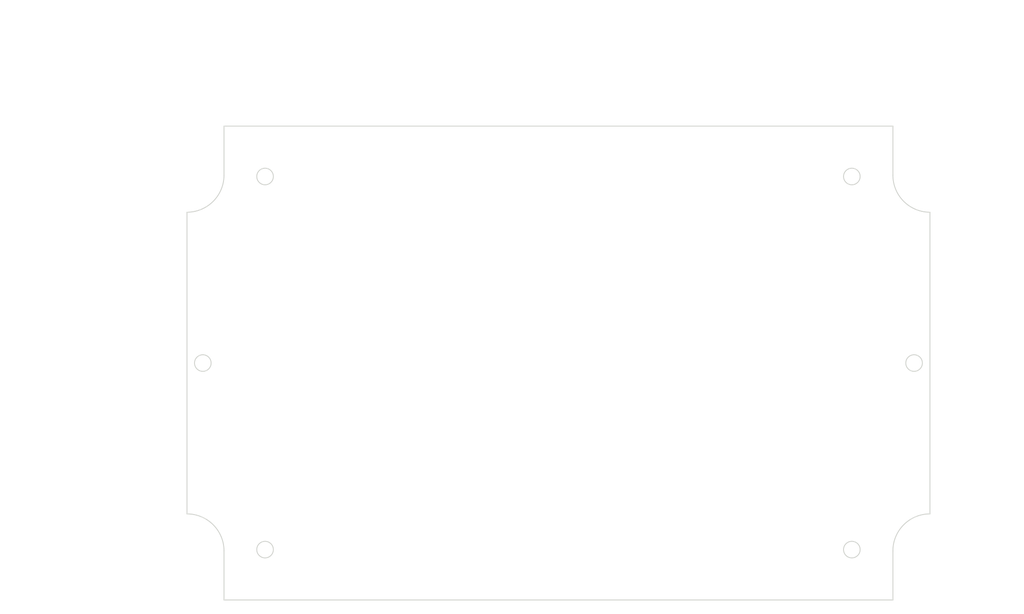
<source format=kicad_pcb>
(kicad_pcb (version 20221018) (generator pcbnew)

  (general
    (thickness 1.6)
  )

  (paper "A4")
  (layers
    (0 "F.Cu" signal)
    (31 "B.Cu" signal)
    (32 "B.Adhes" user "B.Adhesive")
    (33 "F.Adhes" user "F.Adhesive")
    (34 "B.Paste" user)
    (35 "F.Paste" user)
    (36 "B.SilkS" user "B.Silkscreen")
    (37 "F.SilkS" user "F.Silkscreen")
    (38 "B.Mask" user)
    (39 "F.Mask" user)
    (40 "Dwgs.User" user "User.Drawings")
    (41 "Cmts.User" user "User.Comments")
    (42 "Eco1.User" user "User.Eco1")
    (43 "Eco2.User" user "User.Eco2")
    (44 "Edge.Cuts" user)
    (45 "Margin" user)
    (46 "B.CrtYd" user "B.Courtyard")
    (47 "F.CrtYd" user "F.Courtyard")
    (48 "B.Fab" user)
    (49 "F.Fab" user)
  )

  (setup
    (pad_to_mask_clearance 0.051)
    (solder_mask_min_width 0.25)
    (pcbplotparams
      (layerselection 0x00010fc_ffffffff)
      (plot_on_all_layers_selection 0x0000000_00000000)
      (disableapertmacros false)
      (usegerberextensions false)
      (usegerberattributes false)
      (usegerberadvancedattributes false)
      (creategerberjobfile false)
      (dashed_line_dash_ratio 12.000000)
      (dashed_line_gap_ratio 3.000000)
      (svgprecision 4)
      (plotframeref false)
      (viasonmask false)
      (mode 1)
      (useauxorigin false)
      (hpglpennumber 1)
      (hpglpenspeed 20)
      (hpglpendiameter 15.000000)
      (dxfpolygonmode true)
      (dxfimperialunits true)
      (dxfusepcbnewfont true)
      (psnegative false)
      (psa4output false)
      (plotreference true)
      (plotvalue true)
      (plotinvisibletext false)
      (sketchpadsonfab false)
      (subtractmaskfromsilk false)
      (outputformat 1)
      (mirror false)
      (drillshape 1)
      (scaleselection 1)
      (outputdirectory "")
    )
  )

  (net 0 "")

  (gr_line (start 100.614993 39.903324) (end 150.285349 39.903324)
    (stroke (width 0.2) (type solid)) (layer "Dwgs.User") (tstamp 0bf2cae8-290f-4f09-af30-4e2b9235ca40))
  (gr_line (start 248.180993 66.892631) (end 248.180993 20.372001)
    (stroke (width 0.2) (type solid)) (layer "Dwgs.User") (tstamp 0fe904ce-2de0-488c-b808-0baab3b7d53e))
  (gr_line (start 155.429834 141.852431) (end 155.429834 105.755296)
    (stroke (width 0.2) (type solid)) (layer "Dwgs.User") (tstamp 1384f87d-5c0f-48c9-a043-ca1b94e9ecce))
  (gr_line (start 64.551396 69.892631) (end 64.551396 80.968984)
    (stroke (width 0.2) (type solid)) (layer "Dwgs.User") (tstamp 1ef7bc62-71c8-4340-a7d8-4e6c8bf5f2f7))
  (gr_line (start 88.380193 155.192431) (end 41.408936 155.192431)
    (stroke (width 0.2) (type solid)) (layer "Dwgs.User") (tstamp 1f44be88-fa3a-44fe-b997-b848c78175f0))
  (gr_line (start 81.048993 66.892631) (end 81.048993 20.372001)
    (stroke (width 0.2) (type solid)) (layer "Dwgs.User") (tstamp 2351b78e-fbff-41cc-b0b6-bcc0324785c7))
  (gr_line (start 56.380193 153.192431) (end 56.380193 119.640733)
    (stroke (width 0.2) (type solid)) (layer "Dwgs.User") (tstamp 23ecf81a-3403-4f31-8390-a550cf73d433))
  (gr_line (start 230.524993 143.852431) (end 230.704993 143.852431)
    (stroke (width 0.2) (type solid)) (layer "Dwgs.User") (tstamp 2ac6f840-140b-4b62-a2c7-8645b7c62dd0))
  (gr_line (start 239.849793 47.512431) (end 239.849793 29.081212)
    (stroke (width 0.2) (type solid)) (layer "Dwgs.User") (tstamp 2c86930f-f24e-47ee-8f71-75966b3a0984))
  (gr_line (start 86.614993 96.449358) (end 89.248319 96.449358)
    (stroke (width 0.2) (type solid)) (layer "Dwgs.User") (tstamp 2d923f46-7673-4827-abe1-49bfeec9b3f0))
  (gr_line (start 230.614993 143.942431) (end 230.614993 143.762431)
    (stroke (width 0.2) (type solid)) (layer "Dwgs.User") (tstamp 37c9f026-7868-4d15-a689-a79a568db16a))
  (gr_line (start 44.583936 50.512431) (end 44.583936 97.949566)
    (stroke (width 0.2) (type solid)) (layer "Dwgs.User") (tstamp 39ca5624-3ddd-4a3d-b324-384626ebf988))
  (gr_line (start 99.614993 143.852431) (end 158.604834 143.852431)
    (stroke (width 0.2) (type solid)) (layer "Dwgs.User") (tstamp 3c2a2a3b-8a97-45b4-a5f3-df82a12f68e0))
  (gr_line (start 88.380193 48.512431) (end 41.408936 48.512431)
    (stroke (width 0.2) (type solid)) (layer "Dwgs.User") (tstamp 3f3b5afb-a7b6-4edd-bf04-70d4fdbd774e))
  (gr_line (start 81.048993 66.892631) (end 81.048993 34.816546)
    (stroke (width 0.2) (type solid)) (layer "Dwgs.User") (tstamp 43dfc0ae-ef83-49c1-936e-e3ac286ce6cd))
  (gr_line (start 87.380193 37.991546) (end 83.048993 37.991546)
    (stroke (width 0.2) (type solid)) (layer "Dwgs.User") (tstamp 448aba6e-ebbf-47a7-8060-58b855673a2d))
  (gr_line (start 89.380193 47.512431) (end 89.380193 34.816546)
    (stroke (width 0.2) (type solid)) (layer "Dwgs.User") (tstamp 4557da17-e5c7-48de-86e6-31e78ba3f063))
  (gr_line (start 83.614993 101.852431) (end 61.376396 101.852431)
    (stroke (width 0.2) (type solid)) (layer "Dwgs.User") (tstamp 489a1ce4-20a9-4a19-9728-dc3147dafb56))
  (gr_line (start 64.551396 99.852431) (end 64.551396 88.776078)
    (stroke (width 0.2) (type solid)) (layer "Dwgs.User") (tstamp 4cc37c86-32d0-4751-8737-c96cc0075de0))
  (gr_line (start 80.048993 67.892631) (end 53.205193 67.892631)
    (stroke (width 0.2) (type solid)) (layer "Dwgs.User") (tstamp 4dafe704-15be-494c-8c96-e1f112c51342))
  (gr_line (start 56.380193 69.892631) (end 56.380193 111.833639)
    (stroke (width 0.2) (type solid)) (layer "Dwgs.User") (tstamp 52265ef3-8a3f-469a-acf5-860083960d94))
  (gr_line (start 230.614993 58.852431) (end 230.614993 36.728324)
    (stroke (width 0.2) (type solid)) (layer "Dwgs.User") (tstamp 58150b88-a413-4ff6-af0a-c63687be0075))
  (gr_line (start 246.180993 23.547001) (end 159.802508 23.547001)
    (stroke (width 0.2) (type solid)) (layer "Dwgs.User") (tstamp 5c1031a1-5582-4f44-bce5-6f1faf28a176))
  (gr_line (start 83.048993 23.547001) (end 149.00742 23.547001)
    (stroke (width 0.2) (type solid)) (layer "Dwgs.User") (tstamp 5d051bd4-df58-4ab8-bc7c-9027541763a8))
  (gr_line (start 91.380193 32.256212) (end 170.036978 32.256212)
    (stroke (width 0.2) (type solid)) (layer "Dwgs.User") (tstamp 671f7c26-9dcd-4031-8456-fc88f001341f))
  (gr_line (start 251.537188 155.167701) (end 234.016324 145.691959)
    (stroke (width 0.2) (type solid)) (layer "Dwgs.User") (tstamp 67431012-f42a-4955-8b75-94d0c98e9a38))
  (gr_line (start 88.380193 48.512431) (end 61.588816 48.512431)
    (stroke (width 0.2) (type solid)) (layer "Dwgs.User") (tstamp 78c0379d-c6d5-4119-b4d8-af2242e314ce))
  (gr_line (start 80.048993 67.892631) (end 61.376396 67.892631)
    (stroke (width 0.2) (type solid)) (layer "Dwgs.User") (tstamp 7947f007-ff49-472f-a4ef-96895125a0dd))
  (gr_line (start 64.763816 50.512431) (end 64.763816 52.3561)
    (stroke (width 0.2) (type solid)) (layer "Dwgs.User") (tstamp 797ad27e-0415-412d-a864-5ab42037297f))
  (gr_line (start 237.849793 32.256212) (end 180.832067 32.256212)
    (stroke (width 0.2) (type solid)) (layer "Dwgs.User") (tstamp 7b8fb1f9-710b-48f9-b522-df62ff189ef6))
  (gr_line (start 93.89839 130.696942) (end 88.186537 136.674216)
    (stroke (width 0.2) (type solid)) (layer "Dwgs.User") (tstamp 807e10d3-7a3d-4948-9fb4-fbdfe1d7fcdf))
  (gr_line (start 155.429834 61.852431) (end 155.429834 97.949566)
    (stroke (width 0.2) (type solid)) (layer "Dwgs.User") (tstamp 855dee3f-e400-4d0d-a4b9-ff1ada1fc619))
  (gr_line (start 89.380193 47.512431) (end 89.380193 29.081212)
    (stroke (width 0.2) (type solid)) (layer "Dwgs.User") (tstamp 8ac2277b-815c-4c2e-b564-f30f03ac1aa0))
  (gr_line (start 228.614993 39.903324) (end 161.073616 39.903324)
    (stroke (width 0.2) (type solid)) (layer "Dwgs.User") (tstamp 8b56022e-b9b4-4c2e-8a6d-79bca9f074df))
  (gr_line (start 80.048993 67.892631) (end 61.588816 67.892631)
    (stroke (width 0.2) (type solid)) (layer "Dwgs.User") (tstamp 8d36a8a6-ee60-4e9c-96db-edbf4dbbe198))
  (gr_line (start 81.048993 37.991546) (end 73.280707 37.991546)
    (stroke (width 0.2) (type solid)) (layer "Dwgs.User") (tstamp 91750da3-f731-4bf7-8836-24629554eb23))
  (gr_line (start 64.763816 65.892631) (end 64.763816 60.163194)
    (stroke (width 0.2) (type solid)) (layer "Dwgs.User") (tstamp aa3c74ee-e8ae-43c2-87d2-5c9cdbebeabf))
  (gr_line (start 98.614993 58.852431) (end 98.614993 36.728324)
    (stroke (width 0.2) (type solid)) (layer "Dwgs.User") (tstamp b40a3904-86d3-46f5-92b4-efbdb89312d8))
  (gr_line (start 95.89839 130.696942) (end 93.89839 130.696942)
    (stroke (width 0.2) (type solid)) (layer "Dwgs.User") (tstamp b6d03904-2853-4687-90d6-e66ff5b274b1))
  (gr_line (start 79.048993 96.449358) (end 77.048993 96.449358)
    (stroke (width 0.2) (type solid)) (layer "Dwgs.User") (tstamp c9b2c67c-460e-4949-8b69-ee84f2f360f1))
  (gr_line (start 44.583936 153.192431) (end 44.583936 105.755296)
    (stroke (width 0.2) (type solid)) (layer "Dwgs.User") (tstamp cdec7127-90e6-4325-aa57-e362498f8a1e))
  (gr_line (start 84.614993 100.852431) (end 84.614993 93.274358)
    (stroke (width 0.2) (type solid)) (layer "Dwgs.User") (tstamp eb21dc9e-191e-471b-bf38-e1a99b8fbd13))
  (gr_line (start 99.614993 59.852431) (end 158.604834 59.852431)
    (stroke (width 0.2) (type solid)) (layer "Dwgs.User") (tstamp ee3a88f2-9b90-4dc5-9d7a-972babe18cf2))
  (gr_line (start 254.444939 155.167701) (end 251.537188 155.167701)
    (stroke (width 0.2) (type solid)) (layer "Dwgs.User") (tstamp f2a50951-1d1e-478c-8a74-1bffa5ebad1d))
  (gr_line (start 88.380193 155.192431) (end 53.205193 155.192431)
    (stroke (width 0.2) (type solid)) (layer "Dwgs.User") (tstamp f57391d9-9d91-446a-9855-8f0ab575af42))
  (gr_circle (center 98.614993 59.852431) (end 100.481893 59.852431)
    (stroke (width 0.2) (type solid)) (fill none) (layer "Edge.Cuts") (tstamp 0ec80b1d-ee47-40d9-b690-5f6347fdea0a))
  (gr_circle (center 230.614993 143.852431) (end 232.481893 143.852431)
    (stroke (width 0.2) (type solid)) (fill none) (layer "Edge.Cuts") (tstamp 353c1985-57d7-465a-a000-857e74a135f6))
  (gr_line (start 81.048993 135.812231) (end 81.048993 67.892631)
    (stroke (width 0.2) (type solid)) (layer "Edge.Cuts") (tstamp 36f4c867-bda7-4d93-ae81-4cf3d923505e))
  (gr_line (start 239.849793 155.192431) (end 89.380193 155.192431)
    (stroke (width 0.2) (type solid)) (layer "Edge.Cuts") (tstamp 5970f80b-ba0f-4d86-803a-4cd0b015f725))
  (gr_circle (center 230.614993 59.852431) (end 232.481893 59.852431)
    (stroke (width 0.2) (type solid)) (fill none) (layer "Edge.Cuts") (tstamp 74918351-0b29-4677-9476-8fb460d6cad9))
  (gr_circle (center 84.614993 101.852431) (end 86.481893 101.852431)
    (stroke (width 0.2) (type solid)) (fill none) (layer "Edge.Cuts") (tstamp 7f36d78f-bd6d-440f-aceb-231f06504e05))
  (gr_line (start 248.180993 67.892631) (end 248.180993 135.812231)
    (stroke (width 0.2) (type solid)) (layer "Edge.Cuts") (tstamp 825ff1b5-0398-431e-af60-cba0f05b19fa))
  (gr_line (start 89.380193 48.512431) (end 239.849793 48.512431)
    (stroke (width 0.2) (type solid)) (layer "Edge.Cuts") (tstamp 896debba-f8ba-42ee-8733-b8b7019a5659))
  (gr_arc (start 239.849793 144.143431) (mid 242.289945 138.252383) (end 248.180993 135.812231)
    (stroke (width 0.2) (type solid)) (layer "Edge.Cuts") (tstamp 8d09cccb-40b4-42fc-aaa1-3a6f45e70eba))
  (gr_line (start 89.380193 59.561431) (end 89.380193 48.512431)
    (stroke (width 0.2) (type solid)) (layer "Edge.Cuts") (tstamp 98e3e44f-497c-432e-bc4a-853e3ee8238b))
  (gr_line (start 239.849793 48.512431) (end 239.849793 59.561431)
    (stroke (width 0.2) (type solid)) (layer "Edge.Cuts") (tstamp a6749bf3-5853-4525-9a7b-57cd6f84bb83))
  (gr_circle (center 244.614993 101.852431) (end 246.481893 101.852431)
    (stroke (width 0.2) (type solid)) (fill none) (layer "Edge.Cuts") (tstamp a855ab82-d5f1-4d1d-8db4-e059561da965))
  (gr_line (start 89.380193 155.192431) (end 89.380193 144.143431)
    (stroke (width 0.2) (type solid)) (layer "Edge.Cuts") (tstamp abda558b-48c9-40d1-b841-144f67fdd29a))
  (gr_arc (start 248.180993 67.892631) (mid 242.289945 65.452479) (end 239.849793 59.561431)
    (stroke (width 0.2) (type solid)) (layer "Edge.Cuts") (tstamp ba02c301-f819-4bbb-ae33-f566f452ef2b))
  (gr_line (start 239.849793 144.143431) (end 239.849793 155.192431)
    (stroke (width 0.2) (type solid)) (layer "Edge.Cuts") (tstamp d51c6f43-679a-496a-8799-831052e1ca66))
  (gr_arc (start 81.048993 135.812231) (mid 86.940041 138.252383) (end 89.380193 144.143431)
    (stroke (width 0.2) (type solid)) (layer "Edge.Cuts") (tstamp d7f09f0f-118d-4271-9c11-0ad4c681ad87))
  (gr_circle (center 98.614993 143.852431) (end 100.481893 143.852431)
    (stroke (width 0.2) (type solid)) (fill none) (layer "Edge.Cuts") (tstamp de2b5e0d-34dd-4fbb-9feb-c7c187e4c6c3))
  (gr_arc (start 89.380193 59.561431) (mid 86.940041 65.452479) (end 81.048993 67.892631)
    (stroke (width 0.2) (type solid)) (layer "Edge.Cuts") (tstamp e90a770f-bb6c-4702-8ffd-1b412b106074))
  (gr_text " 33.96" (at 64.551396 83.050703) (layer "Dwgs.User") (tstamp 0c3d4469-c781-4a22-9f33-a1169fd00943)
    (effects (font (size 2 1.8) (thickness 0.25)))
  )
  (gr_text " 106.68" (at 44.583936 100.031285) (layer "Dwgs.User") (tstamp 1782bebb-58d5-49b8-81ee-115bad749ae7)
    (effects (font (size 2 1.8) (thickness 0.25)))
  )
  (gr_text " R8.33" (at 101.016944 128.875113) (layer "Dwgs.User") (tstamp 252a39f6-c011-43a5-9a21-4042e63f86d4)
    (effects (font (size 2 1.8) (thickness 0.25)))
  )
  (gr_text "[3.44]" (at 56.380193 117.818905) (layer "Dwgs.User") (tstamp 2a750aca-b546-4435-a594-f22673909fb7)
    (effects (font (size 2 1.8) (thickness 0.25)))
  )
  (gr_text "6 X ∅3.73\n[∅0.15]" (at 261.820676 155.167701) (layer "Dwgs.User") (tstamp 2c3dd0dc-a5a0-4642-9ea1-bb36292920fa)
    (effects (font (size 2 1.8) (thickness 0.25)))
  )
  (gr_text "[6.58]" (at 154.404964 25.62872) (layer "Dwgs.User") (tstamp 3bda1689-3ca9-466f-a57a-9123c72d2144)
    (effects (font (size 2 1.8) (thickness 0.25)))
  )
  (gr_text "[4.20]" (at 44.583936 103.93415) (layer "Dwgs.User") (tstamp 4bc4b247-1b9c-4e68-8c48-3ee14f1eb332)
    (effects (font (size 2 1.8) (thickness 0.25)))
  )
  (gr_text "[.33]" (at 69.437051 40.073265) (layer "Dwgs.User") (tstamp 7fdb0302-58a5-48c0-8b51-55574678c71e)
    (effects (font (size 2 1.8) (thickness 0.25)))
  )
  (gr_text "[5.92]" (at 175.434522 34.337931) (layer "Dwgs.User") (tstamp 8353cf87-c94a-434c-876e-9b4f39ca7600)
    (effects (font (size 2 1.8) (thickness 0.25)))
  )
  (gr_text " 167.13" (at 154.404964 21.725173) (layer "Dwgs.User") (tstamp 876e577d-6de4-4cdb-8e83-ac71ff85eaaf)
    (effects (font (size 2 1.8) (thickness 0.25)))
  )
  (gr_text "[.14]" (at 93.091975 98.531077) (layer "Dwgs.User") (tstamp 89d45bda-eef4-4863-9d12-76072cc317c7)
    (effects (font (size 2 1.8) (thickness 0.25)))
  )
  (gr_text "[1.34]" (at 64.551396 86.95425) (layer "Dwgs.User") (tstamp 9fa364f2-9fd0-4d11-b2d1-b40e52ef5dea)
    (effects (font (size 2 1.8) (thickness 0.25)))
  )
  (gr_text " 84.00" (at 155.429834 100.031285) (layer "Dwgs.User") (tstamp a84972b3-fb4b-4f83-8f9a-2cb79677cb1a)
    (effects (font (size 2 1.8) (thickness 0.25)))
  )
  (gr_text " 19.38" (at 64.763816 54.437819) (layer "Dwgs.User") (tstamp ad21ebb3-4c51-4871-acf7-3cf50532121d)
    (effects (font (size 2 1.8) (thickness 0.25)))
  )
  (gr_text "[3.31]" (at 155.429834 103.93415) (layer "Dwgs.User") (tstamp adc39617-edc0-4659-a1c8-d1ebb5348b2f)
    (effects (font (size 2 1.8) (thickness 0.25)))
  )
  (gr_text " 87.30" (at 56.380193 113.915358) (layer "Dwgs.User") (tstamp b580f2b0-ceec-4145-a889-20f76c8196ce)
    (effects (font (size 2 1.8) (thickness 0.25)))
  )
  (gr_text "[5.20]" (at 155.679483 41.985043) (layer "Dwgs.User") (tstamp c5cd9e19-c509-4d47-bfd1-249c06fa1ab5)
    (effects (font (size 2 1.8) (thickness 0.25)))
  )
  (gr_text " 8.33" (at 69.437051 36.169718) (layer "Dwgs.User") (tstamp ca8572f5-b4d4-4101-9668-6a2d591fccea)
    (effects (font (size 2 1.8) (thickness 0.25)))
  )
  (gr_text "[.76]" (at 64.763816 58.341366) (layer "Dwgs.User") (tstamp cacb5672-2d5e-4513-a3c1-e57cfa59bcc6)
    (effects (font (size 2 1.8) (thickness 0.25)))
  )
  (gr_text " 150.47" (at 175.434522 30.435066) (layer "Dwgs.User") (tstamp d2157c16-c6d9-4e09-b006-506e603939b0)
    (effects (font (size 2 1.8) (thickness 0.25)))
  )
  (gr_text " 132.00" (at 155.679483 38.081496) (layer "Dwgs.User") (tstamp d76c1e16-0fe7-4919-9fdb-347114a6e559)
    (effects (font (size 2 1.8) (thickness 0.25)))
  )
  (gr_text " 3.57" (at 93.091975 94.62753) (layer "Dwgs.User") (tstamp e4e80e55-0409-4869-a2cd-80abdaa22e37)
    (effects (font (size 2 1.8) (thickness 0.25)))
  )
  (gr_text "[R0.33]" (at 101.016944 132.778661) (layer "Dwgs.User") (tstamp ed5721a7-fbb2-4251-8ab0-f4ab290e4f43)
    (effects (font (size 2 1.8) (thickness 0.25)))
  )

)

</source>
